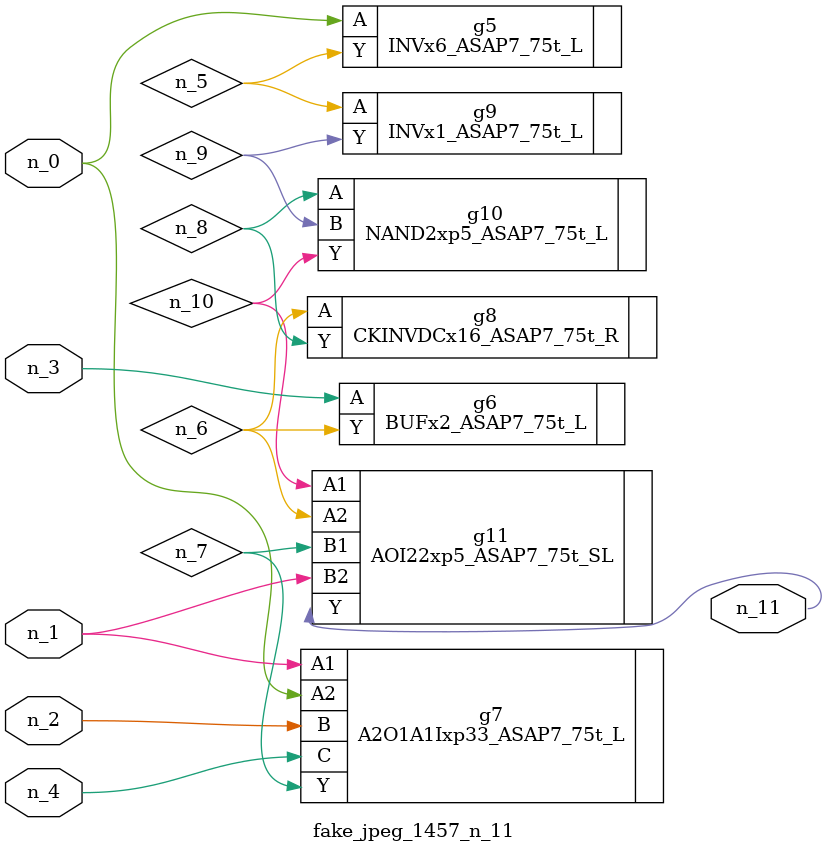
<source format=v>
module fake_jpeg_1457_n_11 (n_3, n_2, n_1, n_0, n_4, n_11);

input n_3;
input n_2;
input n_1;
input n_0;
input n_4;

output n_11;

wire n_10;
wire n_8;
wire n_9;
wire n_6;
wire n_5;
wire n_7;

INVx6_ASAP7_75t_L g5 ( 
.A(n_0),
.Y(n_5)
);

BUFx2_ASAP7_75t_L g6 ( 
.A(n_3),
.Y(n_6)
);

A2O1A1Ixp33_ASAP7_75t_L g7 ( 
.A1(n_1),
.A2(n_0),
.B(n_2),
.C(n_4),
.Y(n_7)
);

CKINVDCx16_ASAP7_75t_R g8 ( 
.A(n_6),
.Y(n_8)
);

NAND2xp5_ASAP7_75t_L g10 ( 
.A(n_8),
.B(n_9),
.Y(n_10)
);

INVx1_ASAP7_75t_L g9 ( 
.A(n_5),
.Y(n_9)
);

AOI22xp5_ASAP7_75t_SL g11 ( 
.A1(n_10),
.A2(n_6),
.B1(n_7),
.B2(n_1),
.Y(n_11)
);


endmodule
</source>
